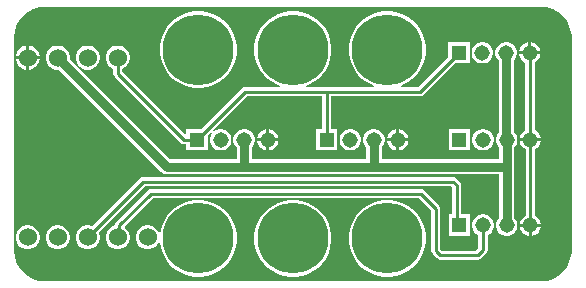
<source format=gtl>
G04*
G04 #@! TF.GenerationSoftware,Altium Limited,Altium Designer,23.0.1 (38)*
G04*
G04 Layer_Physical_Order=1*
G04 Layer_Color=255*
%FSLAX25Y25*%
%MOIN*%
G70*
G04*
G04 #@! TF.SameCoordinates,774D8BB4-ACF3-4C22-8FF0-7C46817B3CBB*
G04*
G04*
G04 #@! TF.FilePolarity,Positive*
G04*
G01*
G75*
%ADD12C,0.01000*%
%ADD17C,0.03000*%
%ADD18R,0.05150X0.05150*%
%ADD19C,0.05150*%
%ADD20C,0.06000*%
%ADD21C,0.23622*%
G36*
X356689Y128278D02*
X522043D01*
X522141Y128297D01*
X524055Y128109D01*
X525989Y127522D01*
X527772Y126569D01*
X529334Y125287D01*
X530616Y123724D01*
X531569Y121942D01*
X532156Y120008D01*
X532305Y118488D01*
X532325Y117996D01*
X532325D01*
X532325Y117996D01*
Y47130D01*
X532325Y47130D01*
X532325D01*
X532305Y46638D01*
X532156Y45118D01*
X531569Y43184D01*
X530616Y41402D01*
X529334Y39839D01*
X527772Y38557D01*
X525989Y37604D01*
X524055Y37017D01*
X522535Y36868D01*
X522043Y36848D01*
Y36848D01*
X522043Y36848D01*
X356689D01*
X356689Y36848D01*
Y36848D01*
X356197Y36868D01*
X354678Y37017D01*
X352743Y37604D01*
X350961Y38557D01*
X349398Y39839D01*
X348116Y41402D01*
X347163Y43184D01*
X346576Y45118D01*
X346388Y47032D01*
X346407Y47130D01*
Y117996D01*
X346388Y118094D01*
X346576Y120008D01*
X347163Y121942D01*
X348116Y123724D01*
X349398Y125287D01*
X350961Y126569D01*
X352743Y127522D01*
X354678Y128109D01*
X356591Y128297D01*
X356689Y128278D01*
D02*
G37*
%LPC*%
G36*
X518811Y116567D02*
Y113500D01*
X521878D01*
X521642Y114380D01*
X521172Y115195D01*
X520506Y115860D01*
X519691Y116331D01*
X518811Y116567D01*
D02*
G37*
G36*
X517811D02*
X516931Y116331D01*
X516116Y115860D01*
X515450Y115195D01*
X514980Y114380D01*
X514744Y113500D01*
X517811D01*
Y116567D01*
D02*
G37*
G36*
X351527Y115343D02*
X351500D01*
Y111843D01*
X355000D01*
Y111869D01*
X354727Y112887D01*
X354201Y113799D01*
X353456Y114543D01*
X352544Y115070D01*
X351527Y115343D01*
D02*
G37*
G36*
X350500D02*
X350473D01*
X349456Y115070D01*
X348544Y114543D01*
X347799Y113799D01*
X347273Y112887D01*
X347000Y111869D01*
Y111843D01*
X350500D01*
Y115343D01*
D02*
G37*
G36*
X503034Y116575D02*
X502092D01*
X501183Y116331D01*
X500368Y115860D01*
X499703Y115195D01*
X499232Y114380D01*
X498988Y113471D01*
Y112529D01*
X499232Y111620D01*
X499703Y110805D01*
X500368Y110140D01*
X501183Y109669D01*
X502092Y109425D01*
X503034D01*
X503943Y109669D01*
X504758Y110140D01*
X505423Y110805D01*
X505894Y111620D01*
X506138Y112529D01*
Y113471D01*
X505894Y114380D01*
X505423Y115195D01*
X504758Y115860D01*
X503943Y116331D01*
X503034Y116575D01*
D02*
G37*
G36*
X371527Y115343D02*
X370473D01*
X369456Y115070D01*
X368544Y114543D01*
X367799Y113799D01*
X367273Y112887D01*
X367000Y111869D01*
Y110816D01*
X367273Y109799D01*
X367799Y108887D01*
X368544Y108142D01*
X369456Y107615D01*
X370473Y107343D01*
X371527D01*
X372544Y107615D01*
X373456Y108142D01*
X374201Y108887D01*
X374727Y109799D01*
X375000Y110816D01*
Y111869D01*
X374727Y112887D01*
X374201Y113799D01*
X373456Y114543D01*
X372544Y115070D01*
X371527Y115343D01*
D02*
G37*
G36*
X355000Y110843D02*
X351500D01*
Y107343D01*
X351527D01*
X352544Y107615D01*
X353456Y108142D01*
X354201Y108887D01*
X354727Y109799D01*
X355000Y110816D01*
Y110843D01*
D02*
G37*
G36*
X350500D02*
X347000D01*
Y110816D01*
X347273Y109799D01*
X347799Y108887D01*
X348544Y108142D01*
X349456Y107615D01*
X350473Y107343D01*
X350500D01*
Y110843D01*
D02*
G37*
G36*
X471870Y126870D02*
X469854D01*
X467862Y126555D01*
X465944Y125931D01*
X464148Y125016D01*
X462516Y123831D01*
X461091Y122405D01*
X459905Y120773D01*
X458990Y118977D01*
X458367Y117059D01*
X458051Y115067D01*
Y113051D01*
X458367Y111059D01*
X458990Y109141D01*
X459905Y107345D01*
X461091Y105713D01*
X462516Y104287D01*
X464148Y103102D01*
X465944Y102187D01*
X466428Y102029D01*
X466349Y101529D01*
X443879D01*
X443800Y102029D01*
X444284Y102187D01*
X446081Y103102D01*
X447712Y104287D01*
X449138Y105713D01*
X450323Y107345D01*
X451239Y109141D01*
X451862Y111059D01*
X452177Y113051D01*
Y115067D01*
X451862Y117059D01*
X451239Y118977D01*
X450323Y120773D01*
X449138Y122405D01*
X447712Y123831D01*
X446081Y125016D01*
X444284Y125931D01*
X442366Y126555D01*
X440374Y126870D01*
X438358D01*
X436366Y126555D01*
X434448Y125931D01*
X432652Y125016D01*
X431020Y123831D01*
X429595Y122405D01*
X428409Y120773D01*
X427494Y118977D01*
X426871Y117059D01*
X426555Y115067D01*
Y113051D01*
X426871Y111059D01*
X427494Y109141D01*
X428409Y107345D01*
X429595Y105713D01*
X431020Y104287D01*
X432652Y103102D01*
X434448Y102187D01*
X434932Y102029D01*
X434853Y101529D01*
X423378D01*
X422793Y101413D01*
X422296Y101081D01*
X408790Y87575D01*
X403803D01*
Y86067D01*
X403303Y85860D01*
X382529Y106633D01*
Y107611D01*
X382544Y107615D01*
X383456Y108142D01*
X384201Y108887D01*
X384727Y109799D01*
X385000Y110816D01*
Y111869D01*
X384727Y112887D01*
X384201Y113799D01*
X383456Y114543D01*
X382544Y115070D01*
X381527Y115343D01*
X380473D01*
X379456Y115070D01*
X378544Y114543D01*
X377799Y113799D01*
X377273Y112887D01*
X377000Y111869D01*
Y110816D01*
X377273Y109799D01*
X377799Y108887D01*
X378544Y108142D01*
X379456Y107615D01*
X379471Y107611D01*
Y106000D01*
X379587Y105415D01*
X379919Y104919D01*
X401919Y82919D01*
X402415Y82587D01*
X403000Y82471D01*
X403803D01*
Y80425D01*
X410953D01*
Y85412D01*
X411921Y86380D01*
X412321Y86073D01*
X411921Y85380D01*
X411677Y84471D01*
Y83529D01*
X411921Y82620D01*
X412391Y81805D01*
X413057Y81139D01*
X413872Y80669D01*
X414781Y80425D01*
X415723D01*
X416632Y80669D01*
X417447Y81139D01*
X418113Y81805D01*
X418583Y82620D01*
X418827Y83529D01*
Y84471D01*
X418583Y85380D01*
X418113Y86195D01*
X417447Y86861D01*
X416632Y87331D01*
X415723Y87575D01*
X414781D01*
X413872Y87331D01*
X413179Y86931D01*
X412872Y87331D01*
X424011Y98471D01*
X449097D01*
Y87575D01*
X447051D01*
Y80425D01*
X454201D01*
Y87575D01*
X452155D01*
Y98471D01*
X481689D01*
X482274Y98587D01*
X482770Y98919D01*
X493277Y109425D01*
X498264D01*
Y116575D01*
X491114D01*
Y111588D01*
X481055Y101529D01*
X475375D01*
X475296Y102029D01*
X475780Y102187D01*
X477577Y103102D01*
X479208Y104287D01*
X480634Y105713D01*
X481819Y107345D01*
X482735Y109141D01*
X483358Y111059D01*
X483673Y113051D01*
Y115067D01*
X483358Y117059D01*
X482735Y118977D01*
X481819Y120773D01*
X480634Y122405D01*
X479208Y123831D01*
X477577Y125016D01*
X475780Y125931D01*
X473862Y126555D01*
X471870Y126870D01*
D02*
G37*
G36*
X408878D02*
X406862D01*
X404870Y126555D01*
X402952Y125931D01*
X401156Y125016D01*
X399524Y123831D01*
X398098Y122405D01*
X396913Y120773D01*
X395998Y118977D01*
X395374Y117059D01*
X395059Y115067D01*
Y113051D01*
X395374Y111059D01*
X395998Y109141D01*
X396913Y107345D01*
X398098Y105713D01*
X399524Y104287D01*
X401156Y103102D01*
X402952Y102187D01*
X404870Y101563D01*
X406862Y101248D01*
X408878D01*
X410870Y101563D01*
X412788Y102187D01*
X414584Y103102D01*
X416216Y104287D01*
X417642Y105713D01*
X418827Y107345D01*
X419742Y109141D01*
X420366Y111059D01*
X420681Y113051D01*
Y115067D01*
X420366Y117059D01*
X419742Y118977D01*
X418827Y120773D01*
X417642Y122405D01*
X416216Y123831D01*
X414584Y125016D01*
X412788Y125931D01*
X410870Y126555D01*
X408878Y126870D01*
D02*
G37*
G36*
X521878Y112500D02*
X514744D01*
X514980Y111620D01*
X515450Y110805D01*
X516116Y110140D01*
X516876Y109701D01*
Y87190D01*
X516305Y86861D01*
X515639Y86195D01*
X515169Y85380D01*
X514933Y84500D01*
X522067D01*
X521831Y85380D01*
X521360Y86195D01*
X520695Y86861D01*
X519935Y87299D01*
Y109810D01*
X520506Y110140D01*
X521172Y110805D01*
X521642Y111620D01*
X521878Y112500D01*
D02*
G37*
G36*
X474748Y87567D02*
Y84500D01*
X477815D01*
X477579Y85380D01*
X477109Y86195D01*
X476443Y86861D01*
X475628Y87331D01*
X474748Y87567D01*
D02*
G37*
G36*
X473748D02*
X472868Y87331D01*
X472053Y86861D01*
X471387Y86195D01*
X470917Y85380D01*
X470681Y84500D01*
X473748D01*
Y87567D01*
D02*
G37*
G36*
X431500D02*
Y84500D01*
X434567D01*
X434331Y85380D01*
X433860Y86195D01*
X433195Y86861D01*
X432380Y87331D01*
X431500Y87567D01*
D02*
G37*
G36*
X430500D02*
X429620Y87331D01*
X428805Y86861D01*
X428139Y86195D01*
X427669Y85380D01*
X427433Y84500D01*
X430500D01*
Y87567D01*
D02*
G37*
G36*
X477815Y83500D02*
X474748D01*
Y80433D01*
X475628Y80669D01*
X476443Y81139D01*
X477109Y81805D01*
X477579Y82620D01*
X477815Y83500D01*
D02*
G37*
G36*
X473748D02*
X470681D01*
X470917Y82620D01*
X471387Y81805D01*
X472053Y81139D01*
X472868Y80669D01*
X473748Y80433D01*
Y83500D01*
D02*
G37*
G36*
X434567D02*
X431500D01*
Y80433D01*
X432380Y80669D01*
X433195Y81139D01*
X433860Y81805D01*
X434331Y82620D01*
X434567Y83500D01*
D02*
G37*
G36*
X430500D02*
X427433D01*
X427669Y82620D01*
X428139Y81805D01*
X428805Y81139D01*
X429620Y80669D01*
X430500Y80433D01*
Y83500D01*
D02*
G37*
G36*
X503223Y87575D02*
X502281D01*
X501372Y87331D01*
X500557Y86861D01*
X499891Y86195D01*
X499421Y85380D01*
X499177Y84471D01*
Y83529D01*
X499421Y82620D01*
X499891Y81805D01*
X500557Y81139D01*
X501372Y80669D01*
X502281Y80425D01*
X503223D01*
X504132Y80669D01*
X504947Y81139D01*
X505613Y81805D01*
X506083Y82620D01*
X506327Y83529D01*
Y84471D01*
X506083Y85380D01*
X505613Y86195D01*
X504947Y86861D01*
X504132Y87331D01*
X503223Y87575D01*
D02*
G37*
G36*
X498453D02*
X491303D01*
Y80425D01*
X498453D01*
Y87575D01*
D02*
G37*
G36*
X458971D02*
X458029D01*
X457120Y87331D01*
X456305Y86861D01*
X455640Y86195D01*
X455169Y85380D01*
X454925Y84471D01*
Y83529D01*
X455169Y82620D01*
X455640Y81805D01*
X456305Y81139D01*
X457120Y80669D01*
X458029Y80425D01*
X458971D01*
X459880Y80669D01*
X460695Y81139D01*
X461361Y81805D01*
X461831Y82620D01*
X462075Y83529D01*
Y84471D01*
X461831Y85380D01*
X461361Y86195D01*
X460695Y86861D01*
X459880Y87331D01*
X458971Y87575D01*
D02*
G37*
G36*
X510908Y116575D02*
X509966D01*
X509057Y116331D01*
X508242Y115860D01*
X507577Y115195D01*
X507106Y114380D01*
X506862Y113471D01*
Y112529D01*
X507106Y111620D01*
X507577Y110805D01*
X507982Y110399D01*
Y86412D01*
X507765Y86195D01*
X507295Y85380D01*
X507051Y84471D01*
Y83529D01*
X507295Y82620D01*
X507765Y81805D01*
X508077Y81493D01*
Y77549D01*
X468923D01*
Y81493D01*
X469235Y81805D01*
X469705Y82620D01*
X469949Y83529D01*
Y84471D01*
X469705Y85380D01*
X469235Y86195D01*
X468569Y86861D01*
X467754Y87331D01*
X466845Y87575D01*
X465903D01*
X464994Y87331D01*
X464179Y86861D01*
X463514Y86195D01*
X463043Y85380D01*
X462799Y84471D01*
Y83529D01*
X463043Y82620D01*
X463514Y81805D01*
X463825Y81493D01*
Y77549D01*
X425675D01*
Y81493D01*
X425986Y81805D01*
X426457Y82620D01*
X426701Y83529D01*
Y84471D01*
X426457Y85380D01*
X425986Y86195D01*
X425321Y86861D01*
X424506Y87331D01*
X423597Y87575D01*
X422655D01*
X421746Y87331D01*
X420931Y86861D01*
X420265Y86195D01*
X419795Y85380D01*
X419551Y84471D01*
Y83529D01*
X419795Y82620D01*
X420265Y81805D01*
X420577Y81493D01*
Y77549D01*
X398398D01*
X365000Y110947D01*
Y111869D01*
X364727Y112887D01*
X364201Y113799D01*
X363456Y114543D01*
X362544Y115070D01*
X361527Y115343D01*
X360473D01*
X359456Y115070D01*
X358544Y114543D01*
X357799Y113799D01*
X357273Y112887D01*
X357000Y111869D01*
Y110816D01*
X357273Y109799D01*
X357799Y108887D01*
X358544Y108142D01*
X359456Y107615D01*
X360473Y107343D01*
X361395D01*
X395540Y73198D01*
X396367Y72645D01*
X397343Y72451D01*
X508077D01*
Y58007D01*
X507765Y57695D01*
X507295Y56880D01*
X507051Y55971D01*
Y55029D01*
X507295Y54120D01*
X507765Y53305D01*
X508431Y52639D01*
X509246Y52169D01*
X510155Y51925D01*
X511097D01*
X512006Y52169D01*
X512821Y52639D01*
X513486Y53305D01*
X513957Y54120D01*
X514201Y55029D01*
Y55971D01*
X513957Y56880D01*
X513486Y57695D01*
X513175Y58007D01*
Y75000D01*
Y81493D01*
X513486Y81805D01*
X513957Y82620D01*
X514201Y83529D01*
Y84471D01*
X513957Y85380D01*
X513486Y86195D01*
X513081Y86601D01*
Y110588D01*
X513298Y110805D01*
X513768Y111620D01*
X514012Y112529D01*
Y113471D01*
X513768Y114380D01*
X513298Y115195D01*
X512632Y115860D01*
X511817Y116331D01*
X510908Y116575D01*
D02*
G37*
G36*
X522067Y83500D02*
X514933D01*
X515169Y82620D01*
X515639Y81805D01*
X516305Y81139D01*
X516971Y80755D01*
Y58745D01*
X516305Y58361D01*
X515639Y57695D01*
X515169Y56880D01*
X514933Y56000D01*
X522067D01*
X521831Y56880D01*
X521360Y57695D01*
X520695Y58361D01*
X520029Y58745D01*
Y80755D01*
X520695Y81139D01*
X521360Y81805D01*
X521831Y82620D01*
X522067Y83500D01*
D02*
G37*
G36*
X408878Y63878D02*
X406862D01*
X404870Y63563D01*
X402952Y62939D01*
X401156Y62024D01*
X399524Y60839D01*
X398098Y59413D01*
X396913Y57781D01*
X395998Y55985D01*
X395374Y54067D01*
X395240Y53217D01*
X394763Y53063D01*
X394711Y53073D01*
X394201Y53956D01*
X393456Y54701D01*
X392544Y55227D01*
X391527Y55500D01*
X390473D01*
X389456Y55227D01*
X388544Y54701D01*
X387799Y53956D01*
X387273Y53044D01*
X387000Y52027D01*
Y50973D01*
X387273Y49956D01*
X387799Y49044D01*
X388544Y48299D01*
X389456Y47773D01*
X390473Y47500D01*
X391527D01*
X392544Y47773D01*
X393456Y48299D01*
X394201Y49044D01*
X394603Y49741D01*
X395125Y49644D01*
X395374Y48067D01*
X395998Y46149D01*
X396913Y44353D01*
X398098Y42721D01*
X399524Y41295D01*
X401156Y40110D01*
X402952Y39195D01*
X404870Y38571D01*
X406862Y38256D01*
X408878D01*
X410870Y38571D01*
X412788Y39195D01*
X414584Y40110D01*
X416216Y41295D01*
X417642Y42721D01*
X418827Y44353D01*
X419742Y46149D01*
X420366Y48067D01*
X420681Y50059D01*
Y52075D01*
X420366Y54067D01*
X419742Y55985D01*
X418827Y57781D01*
X417642Y59413D01*
X416216Y60839D01*
X414584Y62024D01*
X412788Y62939D01*
X410870Y63563D01*
X408878Y63878D01*
D02*
G37*
G36*
X522067Y55000D02*
X519000D01*
Y51933D01*
X519880Y52169D01*
X520695Y52639D01*
X521360Y53305D01*
X521831Y54120D01*
X522067Y55000D01*
D02*
G37*
G36*
X518000D02*
X514933D01*
X515169Y54120D01*
X515639Y53305D01*
X516305Y52639D01*
X517120Y52169D01*
X518000Y51933D01*
Y55000D01*
D02*
G37*
G36*
X492808Y71529D02*
X389500D01*
X388915Y71413D01*
X388419Y71081D01*
X372557Y55220D01*
X372544Y55227D01*
X371527Y55500D01*
X370473D01*
X369456Y55227D01*
X368544Y54701D01*
X367799Y53956D01*
X367273Y53044D01*
X367000Y52027D01*
Y50973D01*
X367273Y49956D01*
X367799Y49044D01*
X368544Y48299D01*
X369456Y47773D01*
X370473Y47500D01*
X371527D01*
X372544Y47773D01*
X373456Y48299D01*
X374201Y49044D01*
X374727Y49956D01*
X375000Y50973D01*
Y52027D01*
X374727Y53044D01*
X374720Y53057D01*
X390134Y68471D01*
X492175D01*
X492471Y68175D01*
Y59075D01*
X491303D01*
Y51925D01*
X498453D01*
Y59075D01*
X495529D01*
Y68808D01*
X495413Y69393D01*
X495081Y69890D01*
X493890Y71081D01*
X493393Y71413D01*
X492808Y71529D01*
D02*
G37*
G36*
X361527Y55500D02*
X360473D01*
X359456Y55227D01*
X358544Y54701D01*
X357799Y53956D01*
X357273Y53044D01*
X357000Y52027D01*
Y50973D01*
X357273Y49956D01*
X357799Y49044D01*
X358544Y48299D01*
X359456Y47773D01*
X360473Y47500D01*
X361527D01*
X362544Y47773D01*
X363456Y48299D01*
X364201Y49044D01*
X364727Y49956D01*
X365000Y50973D01*
Y52027D01*
X364727Y53044D01*
X364201Y53956D01*
X363456Y54701D01*
X362544Y55227D01*
X361527Y55500D01*
D02*
G37*
G36*
X351527D02*
X350473D01*
X349456Y55227D01*
X348544Y54701D01*
X347799Y53956D01*
X347273Y53044D01*
X347000Y52027D01*
Y50973D01*
X347273Y49956D01*
X347799Y49044D01*
X348544Y48299D01*
X349456Y47773D01*
X350473Y47500D01*
X351527D01*
X352544Y47773D01*
X353456Y48299D01*
X354201Y49044D01*
X354727Y49956D01*
X355000Y50973D01*
Y52027D01*
X354727Y53044D01*
X354201Y53956D01*
X353456Y54701D01*
X352544Y55227D01*
X351527Y55500D01*
D02*
G37*
G36*
X481914Y67529D02*
X392000D01*
X391415Y67413D01*
X390919Y67081D01*
X380333Y56496D01*
X380001Y55999D01*
X379885Y55414D01*
Y55342D01*
X379456Y55227D01*
X378544Y54701D01*
X377799Y53956D01*
X377273Y53044D01*
X377000Y52027D01*
Y50973D01*
X377273Y49956D01*
X377799Y49044D01*
X378544Y48299D01*
X379456Y47773D01*
X380473Y47500D01*
X381527D01*
X382544Y47773D01*
X383456Y48299D01*
X384201Y49044D01*
X384727Y49956D01*
X385000Y50973D01*
Y52027D01*
X384727Y53044D01*
X384201Y53956D01*
X383456Y54701D01*
X383436Y54712D01*
X383371Y55208D01*
X392634Y64471D01*
X481281D01*
X485471Y60281D01*
Y47000D01*
X485587Y46415D01*
X485919Y45919D01*
X487419Y44419D01*
X487915Y44087D01*
X488500Y43971D01*
X501000D01*
X501585Y44087D01*
X502081Y44419D01*
X503833Y46171D01*
X504165Y46667D01*
X504281Y47252D01*
Y52255D01*
X504947Y52639D01*
X505613Y53305D01*
X506083Y54120D01*
X506327Y55029D01*
Y55971D01*
X506083Y56880D01*
X505613Y57695D01*
X504947Y58361D01*
X504132Y58831D01*
X503223Y59075D01*
X502281D01*
X501372Y58831D01*
X500557Y58361D01*
X499891Y57695D01*
X499421Y56880D01*
X499177Y55971D01*
Y55029D01*
X499421Y54120D01*
X499891Y53305D01*
X500557Y52639D01*
X501223Y52255D01*
Y47886D01*
X500366Y47029D01*
X489134D01*
X488529Y47633D01*
Y60914D01*
X488413Y61500D01*
X488081Y61996D01*
X482996Y67081D01*
X482500Y67413D01*
X481914Y67529D01*
D02*
G37*
G36*
X471870Y63878D02*
X469854D01*
X467862Y63563D01*
X465944Y62939D01*
X464148Y62024D01*
X462516Y60839D01*
X461091Y59413D01*
X459905Y57781D01*
X458990Y55985D01*
X458367Y54067D01*
X458051Y52075D01*
Y50059D01*
X458367Y48067D01*
X458990Y46149D01*
X459905Y44353D01*
X461091Y42721D01*
X462516Y41295D01*
X464148Y40110D01*
X465944Y39195D01*
X467862Y38571D01*
X469854Y38256D01*
X471870D01*
X473862Y38571D01*
X475780Y39195D01*
X477577Y40110D01*
X479208Y41295D01*
X480634Y42721D01*
X481819Y44353D01*
X482735Y46149D01*
X483358Y48067D01*
X483673Y50059D01*
Y52075D01*
X483358Y54067D01*
X482735Y55985D01*
X481819Y57781D01*
X480634Y59413D01*
X479208Y60839D01*
X477577Y62024D01*
X475780Y62939D01*
X473862Y63563D01*
X471870Y63878D01*
D02*
G37*
G36*
X440374D02*
X438358D01*
X436366Y63563D01*
X434448Y62939D01*
X432652Y62024D01*
X431020Y60839D01*
X429595Y59413D01*
X428409Y57781D01*
X427494Y55985D01*
X426871Y54067D01*
X426555Y52075D01*
Y50059D01*
X426871Y48067D01*
X427494Y46149D01*
X428409Y44353D01*
X429595Y42721D01*
X431020Y41295D01*
X432652Y40110D01*
X434448Y39195D01*
X436366Y38571D01*
X438358Y38256D01*
X440374D01*
X442366Y38571D01*
X444284Y39195D01*
X446081Y40110D01*
X447712Y41295D01*
X449138Y42721D01*
X450323Y44353D01*
X451239Y46149D01*
X451862Y48067D01*
X452177Y50059D01*
Y52075D01*
X451862Y54067D01*
X451239Y55985D01*
X450323Y57781D01*
X449138Y59413D01*
X447712Y60839D01*
X446081Y62024D01*
X444284Y62939D01*
X442366Y63563D01*
X440374Y63878D01*
D02*
G37*
%LPD*%
D12*
X481914Y66000D02*
X487000Y60914D01*
X381414Y55414D02*
X392000Y66000D01*
X481914D01*
X492808Y70000D02*
X494000Y68808D01*
X389500Y70000D02*
X492808D01*
X371000Y51500D02*
X389500Y70000D01*
X502752Y47252D02*
Y55500D01*
X501000Y45500D02*
X502752Y47252D01*
X488500Y45500D02*
X501000D01*
X487000Y47000D02*
Y60914D01*
Y47000D02*
X488500Y45500D01*
X381414Y51914D02*
Y55414D01*
X381000Y51500D02*
X381414Y51914D01*
X494000Y56378D02*
Y68808D01*
X450626Y84000D02*
Y99874D01*
X450500Y100000D02*
X450626Y99874D01*
X450500Y100000D02*
X481689D01*
X423378D02*
X450500D01*
X407378Y84000D02*
X423378Y100000D01*
X403000Y84000D02*
X407378D01*
X494000Y56378D02*
X494878Y55500D01*
X518500D02*
Y84000D01*
X481689Y100000D02*
X494689Y113000D01*
X381000Y106000D02*
Y111343D01*
Y106000D02*
X403000Y84000D01*
X518406Y84094D02*
X518500Y84000D01*
X518311Y113000D02*
X518406Y112906D01*
Y84094D02*
Y112906D01*
D17*
X466374Y75000D02*
X510626D01*
X423126D02*
X466374D01*
X423126D02*
Y84000D01*
X510626Y75000D02*
Y84000D01*
X397343Y75000D02*
X423126D01*
X510626Y55500D02*
Y75000D01*
X361000Y111343D02*
X397343Y75000D01*
X466374D02*
Y84000D01*
X510532Y84095D02*
Y112906D01*
Y84095D02*
X510626Y84000D01*
X510437Y113000D02*
X510532Y112906D01*
D18*
X407378Y84000D02*
D03*
X450626D02*
D03*
X494878Y55500D02*
D03*
Y84000D02*
D03*
X494689Y113000D02*
D03*
D19*
X415252Y84000D02*
D03*
X423126D02*
D03*
X431000D02*
D03*
X458500D02*
D03*
X466374D02*
D03*
X474248D02*
D03*
X518500Y55500D02*
D03*
X510626D02*
D03*
X502752D02*
D03*
X518500Y84000D02*
D03*
X510626D02*
D03*
X502752D02*
D03*
X518311Y113000D02*
D03*
X510437D02*
D03*
X502563D02*
D03*
D20*
X361000Y111343D02*
D03*
X371000D02*
D03*
X351000D02*
D03*
Y51500D02*
D03*
X391000D02*
D03*
X361000D02*
D03*
X381000D02*
D03*
X371000D02*
D03*
X381000Y111343D02*
D03*
D21*
X439366Y114059D02*
D03*
X470862D02*
D03*
X407870D02*
D03*
Y51067D02*
D03*
X439366D02*
D03*
X470862D02*
D03*
M02*

</source>
